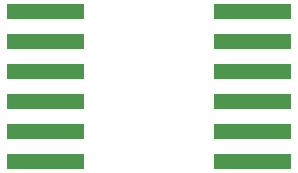
<source format=gtp>
G04 Layer: TopPasteMaskLayer*
G04 EasyEDA v6.4.20.6, 2021-08-10T17:15:55+02:00*
G04 7b13affcda024765ae535b18742ed463,10*
G04 Gerber Generator version 0.2*
G04 Scale: 100 percent, Rotated: No, Reflected: No *
G04 Dimensions in millimeters *
G04 leading zeros omitted , absolute positions ,4 integer and 5 decimal *
%FSLAX45Y45*%
%MOMM*%

%ADD10C,0.0001*%

%LPD*%
G36*
X1768500Y-393700D02*
G01*
X2422499Y-393700D01*
X2422499Y-266700D01*
X1768500Y-266700D01*
G37*
G36*
X1768500Y-647700D02*
G01*
X2422499Y-647700D01*
X2422499Y-520700D01*
X1768500Y-520700D01*
G37*
G36*
X1768500Y-901700D02*
G01*
X2422499Y-901700D01*
X2422499Y-774700D01*
X1768500Y-774700D01*
G37*
G36*
X15900Y-1155700D02*
G01*
X669899Y-1155700D01*
X669899Y-1028700D01*
X15900Y-1028700D01*
G37*
G36*
X15900Y-647700D02*
G01*
X669899Y-647700D01*
X669899Y-520700D01*
X15900Y-520700D01*
G37*
G36*
X15900Y-393700D02*
G01*
X669899Y-393700D01*
X669899Y-266700D01*
X15900Y-266700D01*
G37*
G36*
X15900Y-1409700D02*
G01*
X669899Y-1409700D01*
X669899Y-1282700D01*
X15900Y-1282700D01*
G37*
G36*
X15900Y-1663700D02*
G01*
X669899Y-1663700D01*
X669899Y-1536700D01*
X15900Y-1536700D01*
G37*
G36*
X15900Y-901700D02*
G01*
X669899Y-901700D01*
X669899Y-774700D01*
X15900Y-774700D01*
G37*
G36*
X1768500Y-1155700D02*
G01*
X2422499Y-1155700D01*
X2422499Y-1028700D01*
X1768500Y-1028700D01*
G37*
G36*
X1768500Y-1409700D02*
G01*
X2422499Y-1409700D01*
X2422499Y-1282700D01*
X1768500Y-1282700D01*
G37*
G36*
X1768500Y-1663700D02*
G01*
X2422499Y-1663700D01*
X2422499Y-1536700D01*
X1768500Y-1536700D01*
G37*
M02*

</source>
